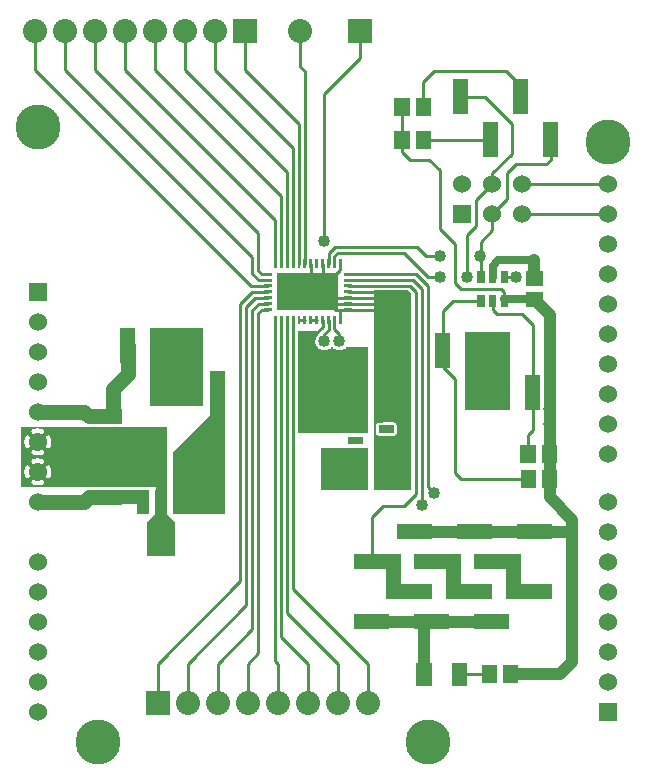
<source format=gbr>
G04 start of page 2 for group 0 idx 0 *
G04 Title: (unknown), component *
G04 Creator: pcb 20110918 *
G04 CreationDate: Tue 04 Nov 2014 07:01:43 PM GMT UTC *
G04 For: railfan *
G04 Format: Gerber/RS-274X *
G04 PCB-Dimensions: 210000 270000 *
G04 PCB-Coordinate-Origin: lower left *
%MOIN*%
%FSLAX25Y25*%
%LNTOP*%
%ADD34C,0.0480*%
%ADD33C,0.1285*%
%ADD32C,0.0380*%
%ADD31C,0.0200*%
%ADD30R,0.0244X0.0244*%
%ADD29R,0.0490X0.0490*%
%ADD28R,0.0700X0.0700*%
%ADD27R,0.1240X0.1240*%
%ADD26R,0.0098X0.0098*%
%ADD25R,0.0240X0.0240*%
%ADD24R,0.0945X0.0945*%
%ADD23R,0.0378X0.0378*%
%ADD22R,0.0500X0.0500*%
%ADD21R,0.0512X0.0512*%
%ADD20C,0.0800*%
%ADD19C,0.1500*%
%ADD18C,0.0600*%
%ADD17C,0.0250*%
%ADD16C,0.0400*%
%ADD15C,0.0100*%
%ADD14C,0.0450*%
%ADD13C,0.0500*%
%ADD12C,0.0350*%
%ADD11C,0.0001*%
G54D11*G36*
X126158Y160469D02*X133410D01*
X134500Y159379D01*
Y94000D01*
X126158D01*
Y112024D01*
X128716Y112029D01*
X128869Y112066D01*
X129015Y112126D01*
X129149Y112208D01*
X129269Y112310D01*
X129371Y112430D01*
X129453Y112564D01*
X129513Y112710D01*
X129550Y112863D01*
X129559Y113020D01*
X129550Y115617D01*
X129513Y115770D01*
X129453Y115916D01*
X129371Y116050D01*
X129269Y116170D01*
X129149Y116272D01*
X129015Y116354D01*
X128869Y116414D01*
X128716Y116451D01*
X128559Y116460D01*
X126158Y116456D01*
Y160469D01*
G37*
G36*
X122000Y94000D02*Y160469D01*
X126158D01*
Y116456D01*
X123599Y116451D01*
X123446Y116414D01*
X123300Y116354D01*
X123166Y116272D01*
X123046Y116170D01*
X122944Y116050D01*
X122862Y115916D01*
X122802Y115770D01*
X122765Y115617D01*
X122756Y115460D01*
X122765Y112863D01*
X122802Y112710D01*
X122862Y112564D01*
X122944Y112430D01*
X123046Y112310D01*
X123166Y112208D01*
X123300Y112126D01*
X123446Y112066D01*
X123599Y112029D01*
X123756Y112020D01*
X126158Y112024D01*
Y94000D01*
X122000D01*
G37*
G36*
X96579Y141500D02*X103263D01*
X103372Y141372D01*
X103731Y141065D01*
X104134Y140819D01*
X104570Y140638D01*
X105029Y140528D01*
X105500Y140491D01*
X105971Y140528D01*
X106430Y140638D01*
X106866Y140819D01*
X107269Y141065D01*
X107628Y141372D01*
X107737Y141500D01*
X108263D01*
X108372Y141372D01*
X108731Y141065D01*
X109134Y140819D01*
X109570Y140638D01*
X110029Y140528D01*
X110500Y140491D01*
X110971Y140528D01*
X111430Y140638D01*
X111866Y140819D01*
X112269Y141065D01*
X112628Y141372D01*
X112737Y141500D01*
X120000D01*
Y113000D01*
X96579D01*
Y141500D01*
G37*
G36*
Y147000D02*X103500D01*
Y145737D01*
X103372Y145628D01*
X103065Y145269D01*
X102819Y144866D01*
X102638Y144430D01*
X102528Y143971D01*
X102491Y143500D01*
X102528Y143029D01*
X102638Y142570D01*
X102819Y142134D01*
X103065Y141731D01*
X103372Y141372D01*
X103500Y141263D01*
Y134500D01*
X96579D01*
Y147000D01*
G37*
G36*
X113000Y94000D02*Y108000D01*
X120000D01*
Y94000D01*
X113000D01*
G37*
G36*
X114500D02*X104500D01*
Y108000D01*
X114500D01*
Y94000D01*
G37*
G36*
X13613Y115000D02*X26863D01*
X27000Y114989D01*
X27137Y115000D01*
X31707D01*
X31738Y114987D01*
X31891Y114950D01*
X32048Y114941D01*
X38109Y114950D01*
X38262Y114987D01*
X38293Y115000D01*
X53000D01*
Y95000D01*
X38137D01*
X38109Y95007D01*
X37952Y95016D01*
X31891Y95007D01*
X31863Y95000D01*
X13613D01*
Y97853D01*
X13656Y97860D01*
X13768Y97897D01*
X13873Y97952D01*
X13968Y98022D01*
X14051Y98106D01*
X14119Y98202D01*
X14170Y98308D01*
X14318Y98716D01*
X14422Y99137D01*
X14484Y99567D01*
X14505Y100000D01*
X14484Y100433D01*
X14422Y100863D01*
X14318Y101284D01*
X14175Y101694D01*
X14122Y101800D01*
X14053Y101896D01*
X13970Y101981D01*
X13875Y102051D01*
X13769Y102106D01*
X13657Y102143D01*
X13613Y102151D01*
Y107853D01*
X13656Y107860D01*
X13768Y107897D01*
X13873Y107952D01*
X13968Y108022D01*
X14051Y108106D01*
X14119Y108202D01*
X14170Y108308D01*
X14318Y108716D01*
X14422Y109137D01*
X14484Y109567D01*
X14505Y110000D01*
X14484Y110433D01*
X14422Y110863D01*
X14318Y111284D01*
X14175Y111694D01*
X14122Y111800D01*
X14053Y111896D01*
X13970Y111981D01*
X13875Y112051D01*
X13769Y112106D01*
X13657Y112143D01*
X13613Y112151D01*
Y115000D01*
G37*
G36*
X10002D02*X13613D01*
Y112151D01*
X13540Y112163D01*
X13421Y112164D01*
X13304Y112146D01*
X13191Y112110D01*
X13085Y112057D01*
X12988Y111988D01*
X12904Y111905D01*
X12833Y111809D01*
X12779Y111704D01*
X12741Y111592D01*
X12722Y111475D01*
X12721Y111356D01*
X12739Y111239D01*
X12777Y111126D01*
X12876Y110855D01*
X12944Y110575D01*
X12986Y110289D01*
X13000Y110000D01*
X12986Y109711D01*
X12944Y109425D01*
X12876Y109145D01*
X12780Y108872D01*
X12742Y108761D01*
X12725Y108644D01*
X12725Y108526D01*
X12745Y108409D01*
X12782Y108297D01*
X12836Y108193D01*
X12906Y108098D01*
X12991Y108015D01*
X13087Y107946D01*
X13192Y107893D01*
X13305Y107857D01*
X13421Y107840D01*
X13539Y107841D01*
X13613Y107853D01*
Y102151D01*
X13540Y102163D01*
X13421Y102164D01*
X13304Y102146D01*
X13191Y102110D01*
X13085Y102057D01*
X12988Y101988D01*
X12904Y101905D01*
X12833Y101809D01*
X12779Y101704D01*
X12741Y101592D01*
X12722Y101475D01*
X12721Y101356D01*
X12739Y101239D01*
X12777Y101126D01*
X12876Y100855D01*
X12944Y100575D01*
X12986Y100289D01*
X13000Y100000D01*
X12986Y99711D01*
X12944Y99425D01*
X12876Y99145D01*
X12780Y98872D01*
X12742Y98761D01*
X12725Y98644D01*
X12725Y98526D01*
X12745Y98409D01*
X12782Y98297D01*
X12836Y98193D01*
X12906Y98098D01*
X12991Y98015D01*
X13087Y97946D01*
X13192Y97893D01*
X13305Y97857D01*
X13421Y97840D01*
X13539Y97841D01*
X13613Y97853D01*
Y95000D01*
X10002D01*
Y95495D01*
X10433Y95516D01*
X10863Y95578D01*
X11284Y95682D01*
X11694Y95825D01*
X11800Y95878D01*
X11896Y95947D01*
X11981Y96030D01*
X12051Y96125D01*
X12106Y96231D01*
X12143Y96343D01*
X12163Y96460D01*
X12164Y96579D01*
X12146Y96696D01*
X12110Y96809D01*
X12057Y96915D01*
X11988Y97012D01*
X11905Y97096D01*
X11809Y97167D01*
X11704Y97221D01*
X11592Y97259D01*
X11475Y97278D01*
X11356Y97279D01*
X11239Y97261D01*
X11126Y97223D01*
X10855Y97124D01*
X10575Y97056D01*
X10289Y97014D01*
X10002Y97000D01*
Y103000D01*
X10289Y102986D01*
X10575Y102944D01*
X10855Y102876D01*
X11128Y102780D01*
X11239Y102742D01*
X11356Y102725D01*
X11474Y102725D01*
X11591Y102745D01*
X11703Y102782D01*
X11807Y102836D01*
X11902Y102906D01*
X11985Y102991D01*
X12054Y103087D01*
X12107Y103192D01*
X12143Y103305D01*
X12160Y103421D01*
X12159Y103539D01*
X12140Y103656D01*
X12103Y103768D01*
X12048Y103873D01*
X11978Y103968D01*
X11894Y104051D01*
X11798Y104119D01*
X11692Y104170D01*
X11284Y104318D01*
X10863Y104422D01*
X10433Y104484D01*
X10002Y104505D01*
Y105495D01*
X10433Y105516D01*
X10863Y105578D01*
X11284Y105682D01*
X11694Y105825D01*
X11800Y105878D01*
X11896Y105947D01*
X11981Y106030D01*
X12051Y106125D01*
X12106Y106231D01*
X12143Y106343D01*
X12163Y106460D01*
X12164Y106579D01*
X12146Y106696D01*
X12110Y106809D01*
X12057Y106915D01*
X11988Y107012D01*
X11905Y107096D01*
X11809Y107167D01*
X11704Y107221D01*
X11592Y107259D01*
X11475Y107278D01*
X11356Y107279D01*
X11239Y107261D01*
X11126Y107223D01*
X10855Y107124D01*
X10575Y107056D01*
X10289Y107014D01*
X10002Y107000D01*
Y113000D01*
X10289Y112986D01*
X10575Y112944D01*
X10855Y112876D01*
X11128Y112780D01*
X11239Y112742D01*
X11356Y112725D01*
X11474Y112725D01*
X11591Y112745D01*
X11703Y112782D01*
X11807Y112836D01*
X11902Y112906D01*
X11985Y112991D01*
X12054Y113087D01*
X12107Y113192D01*
X12143Y113305D01*
X12160Y113421D01*
X12159Y113539D01*
X12140Y113656D01*
X12103Y113768D01*
X12048Y113873D01*
X11978Y113968D01*
X11894Y114051D01*
X11798Y114119D01*
X11692Y114170D01*
X11284Y114318D01*
X10863Y114422D01*
X10433Y114484D01*
X10002Y114505D01*
Y115000D01*
G37*
G36*
X6387D02*X10002D01*
Y114505D01*
X10000Y114505D01*
X9567Y114484D01*
X9137Y114422D01*
X8716Y114318D01*
X8306Y114175D01*
X8200Y114122D01*
X8104Y114053D01*
X8019Y113970D01*
X7949Y113875D01*
X7894Y113769D01*
X7857Y113657D01*
X7837Y113540D01*
X7836Y113421D01*
X7854Y113304D01*
X7890Y113191D01*
X7943Y113085D01*
X8012Y112988D01*
X8095Y112904D01*
X8191Y112833D01*
X8296Y112779D01*
X8408Y112741D01*
X8525Y112722D01*
X8644Y112721D01*
X8761Y112739D01*
X8874Y112777D01*
X9145Y112876D01*
X9425Y112944D01*
X9711Y112986D01*
X10000Y113000D01*
X10002Y113000D01*
Y107000D01*
X10000Y107000D01*
X9711Y107014D01*
X9425Y107056D01*
X9145Y107124D01*
X8872Y107220D01*
X8761Y107258D01*
X8644Y107275D01*
X8526Y107275D01*
X8409Y107255D01*
X8297Y107218D01*
X8193Y107164D01*
X8098Y107094D01*
X8015Y107009D01*
X7946Y106913D01*
X7893Y106808D01*
X7857Y106695D01*
X7840Y106579D01*
X7841Y106461D01*
X7860Y106344D01*
X7897Y106232D01*
X7952Y106127D01*
X8022Y106032D01*
X8106Y105949D01*
X8202Y105881D01*
X8308Y105830D01*
X8716Y105682D01*
X9137Y105578D01*
X9567Y105516D01*
X10000Y105495D01*
X10002Y105495D01*
Y104505D01*
X10000Y104505D01*
X9567Y104484D01*
X9137Y104422D01*
X8716Y104318D01*
X8306Y104175D01*
X8200Y104122D01*
X8104Y104053D01*
X8019Y103970D01*
X7949Y103875D01*
X7894Y103769D01*
X7857Y103657D01*
X7837Y103540D01*
X7836Y103421D01*
X7854Y103304D01*
X7890Y103191D01*
X7943Y103085D01*
X8012Y102988D01*
X8095Y102904D01*
X8191Y102833D01*
X8296Y102779D01*
X8408Y102741D01*
X8525Y102722D01*
X8644Y102721D01*
X8761Y102739D01*
X8874Y102777D01*
X9145Y102876D01*
X9425Y102944D01*
X9711Y102986D01*
X10000Y103000D01*
X10002Y103000D01*
Y97000D01*
X10000Y97000D01*
X9711Y97014D01*
X9425Y97056D01*
X9145Y97124D01*
X8872Y97220D01*
X8761Y97258D01*
X8644Y97275D01*
X8526Y97275D01*
X8409Y97255D01*
X8297Y97218D01*
X8193Y97164D01*
X8098Y97094D01*
X8015Y97009D01*
X7946Y96913D01*
X7893Y96808D01*
X7857Y96695D01*
X7840Y96579D01*
X7841Y96461D01*
X7860Y96344D01*
X7897Y96232D01*
X7952Y96127D01*
X8022Y96032D01*
X8106Y95949D01*
X8202Y95881D01*
X8308Y95830D01*
X8716Y95682D01*
X9137Y95578D01*
X9567Y95516D01*
X10000Y95495D01*
X10002Y95495D01*
Y95000D01*
X6387D01*
Y97849D01*
X6460Y97837D01*
X6579Y97836D01*
X6696Y97854D01*
X6809Y97890D01*
X6915Y97943D01*
X7012Y98012D01*
X7096Y98095D01*
X7167Y98191D01*
X7221Y98296D01*
X7259Y98408D01*
X7278Y98525D01*
X7279Y98644D01*
X7261Y98761D01*
X7223Y98874D01*
X7124Y99145D01*
X7056Y99425D01*
X7014Y99711D01*
X7000Y100000D01*
X7014Y100289D01*
X7056Y100575D01*
X7124Y100855D01*
X7220Y101128D01*
X7258Y101239D01*
X7275Y101356D01*
X7275Y101474D01*
X7255Y101591D01*
X7218Y101703D01*
X7164Y101807D01*
X7094Y101902D01*
X7009Y101985D01*
X6913Y102054D01*
X6808Y102107D01*
X6695Y102143D01*
X6579Y102160D01*
X6461Y102159D01*
X6387Y102147D01*
Y107849D01*
X6460Y107837D01*
X6579Y107836D01*
X6696Y107854D01*
X6809Y107890D01*
X6915Y107943D01*
X7012Y108012D01*
X7096Y108095D01*
X7167Y108191D01*
X7221Y108296D01*
X7259Y108408D01*
X7278Y108525D01*
X7279Y108644D01*
X7261Y108761D01*
X7223Y108874D01*
X7124Y109145D01*
X7056Y109425D01*
X7014Y109711D01*
X7000Y110000D01*
X7014Y110289D01*
X7056Y110575D01*
X7124Y110855D01*
X7220Y111128D01*
X7258Y111239D01*
X7275Y111356D01*
X7275Y111474D01*
X7255Y111591D01*
X7218Y111703D01*
X7164Y111807D01*
X7094Y111902D01*
X7009Y111985D01*
X6913Y112054D01*
X6808Y112107D01*
X6695Y112143D01*
X6579Y112160D01*
X6461Y112159D01*
X6387Y112147D01*
Y115000D01*
G37*
G36*
X4500D02*X6387D01*
Y112147D01*
X6344Y112140D01*
X6232Y112103D01*
X6127Y112048D01*
X6032Y111978D01*
X5949Y111894D01*
X5881Y111798D01*
X5830Y111692D01*
X5682Y111284D01*
X5578Y110863D01*
X5516Y110433D01*
X5495Y110000D01*
X5516Y109567D01*
X5578Y109137D01*
X5682Y108716D01*
X5825Y108306D01*
X5878Y108200D01*
X5947Y108104D01*
X6030Y108019D01*
X6125Y107949D01*
X6231Y107894D01*
X6343Y107857D01*
X6387Y107849D01*
Y102147D01*
X6344Y102140D01*
X6232Y102103D01*
X6127Y102048D01*
X6032Y101978D01*
X5949Y101894D01*
X5881Y101798D01*
X5830Y101692D01*
X5682Y101284D01*
X5578Y100863D01*
X5516Y100433D01*
X5495Y100000D01*
X5516Y99567D01*
X5578Y99137D01*
X5682Y98716D01*
X5825Y98306D01*
X5878Y98200D01*
X5947Y98104D01*
X6030Y98019D01*
X6125Y97949D01*
X6231Y97894D01*
X6343Y97857D01*
X6387Y97849D01*
Y95000D01*
X4500D01*
Y115000D01*
G37*
G36*
X55000Y86000D02*Y106500D01*
X67500Y119000D01*
Y124000D01*
X72500D01*
Y86000D01*
X55000D01*
G37*
G36*
X47500Y122000D02*Y148000D01*
X65000D01*
Y122000D01*
X47500D01*
G37*
G36*
X126000Y72500D02*X131000D01*
Y57500D01*
X126000D01*
Y72500D01*
G37*
G36*
X146000D02*X151000D01*
Y57500D01*
X146000D01*
Y72500D01*
G37*
G36*
X166000D02*X171000D01*
Y57500D01*
X166000D01*
Y72500D01*
G37*
G36*
X152500Y120500D02*Y146500D01*
X167500D01*
Y120500D01*
X152500D01*
G37*
G54D12*X51000Y86084D02*Y96000D01*
G54D13*X25500Y90000D02*X10000D01*
X35000Y91457D02*X26957D01*
X25500Y90000D01*
G54D14*X35000Y91457D02*X44500D01*
G54D13*X10000Y120000D02*X25500D01*
X27000Y118500D01*
X35000D01*
Y127500D01*
X40000Y132500D01*
Y142000D01*
G54D15*X95079Y150551D02*Y60921D01*
X93110Y150551D02*Y52890D01*
X91142Y150551D02*Y44858D01*
X89173Y150551D02*Y36827D01*
X90000Y36000D01*
X83500Y153000D02*Y39500D01*
X81500Y154000D02*Y47500D01*
X79500Y155000D02*Y55500D01*
X77500Y156000D02*Y63500D01*
X83563Y156063D02*X81500Y154000D01*
X82531Y158031D02*X79500Y155000D01*
X95079Y60921D02*X120000Y36000D01*
X93110Y52890D02*X110000Y36000D01*
G54D16*X121327Y50000D02*X161327D01*
X138690Y32500D02*Y50000D01*
G54D15*X120000Y36000D02*Y23000D01*
X110000Y36000D02*Y23000D01*
X91142Y44858D02*X100000Y36000D01*
Y23000D01*
X90000Y36000D02*Y23000D01*
X83500Y39500D02*X80000Y36000D01*
Y23000D01*
X81500Y47500D02*X70000Y36000D01*
Y23000D01*
X60000Y36000D02*Y23000D01*
X50000Y36000D02*Y23000D01*
X79500Y55500D02*X60000Y36000D01*
X77500Y63500D02*X50000Y36000D01*
X86614Y154094D02*X84594D01*
X83500Y153000D01*
X86614Y156063D02*X83563D01*
X86614Y158031D02*X82531D01*
X86614Y160000D02*X81500D01*
X77500Y156000D01*
X86614Y161969D02*X81031D01*
X136000Y160000D02*Y92500D01*
X132000Y88500D01*
X125000D01*
X121500Y85000D01*
Y70173D01*
X138000Y161000D02*Y89000D01*
X140000Y162000D02*Y95000D01*
X142000Y93000D01*
X160457Y32500D02*X150500D01*
G54D16*X167543D02*X184000D01*
X188000Y36500D01*
Y84043D01*
X180543Y91500D01*
X172500Y80000D02*X188000D01*
G54D15*X173414Y106000D02*Y112414D01*
X148957Y113957D02*Y99543D01*
X151000Y97500D01*
X173457D01*
X173414Y112414D02*X175000Y114000D01*
Y118000D01*
X171500Y196000D02*X200000D01*
X161500D02*X156000Y190500D01*
Y182000D01*
X153000Y179000D01*
X161500Y180500D02*Y186000D01*
X166500Y191000D01*
X171500Y186000D02*X200000D01*
X169500Y202500D02*X179500D01*
X161500Y196000D02*Y199500D01*
X168000Y206000D01*
X179500Y202500D02*X181000Y204000D01*
Y210914D01*
X97047Y150551D02*X99016D01*
X100984D02*X102953D01*
X109000Y158031D02*X124000D01*
X109000Y156063D02*X124000D01*
X109000Y154094D02*X124000D01*
X113386Y160000D02*X124000D01*
X110827Y150551D02*Y154094D01*
X108858Y150551D02*Y147642D01*
X110500Y146000D01*
Y143500D01*
X106890Y150551D02*Y147390D01*
X105500Y146000D01*
Y143500D01*
X104921Y150551D02*Y148421D01*
X101500Y145000D01*
X164500Y161000D02*X151000D01*
X157700Y156800D02*X148300D01*
X161600D02*Y153900D01*
X163000Y152500D01*
G54D17*X161600Y165000D02*Y168600D01*
X163500Y170500D01*
G54D15*X151000Y161000D02*X149000Y163000D01*
X148300Y156800D02*X145000Y153500D01*
X149000Y163000D02*Y176000D01*
X144000Y181000D01*
X132000Y173000D02*X140000Y165000D01*
X144000D01*
X136500Y175000D02*X139500Y172000D01*
X144000D01*
X136094Y165906D02*X140000Y162000D01*
X135063Y163937D02*X138000Y161000D01*
X134031Y161969D02*X136000Y160000D01*
X148957Y110500D02*Y131043D01*
X145000Y135000D01*
Y153500D01*
X110827Y169449D02*Y167327D01*
X108500Y165000D01*
X110000Y173000D02*X132000D01*
X104921Y169449D02*Y165000D01*
X100984Y169449D02*Y165000D01*
X108858Y169449D02*Y171858D01*
X110000Y173000D01*
X106890Y169449D02*Y172890D01*
X109000Y175000D01*
X136500D01*
X113386Y165906D02*X136094D01*
X113386Y163937D02*X135063D01*
X113386Y161969D02*X134031D01*
X144000Y181000D02*Y200500D01*
X140500Y204000D01*
X134000D01*
X166500Y191000D02*Y199500D01*
X169500Y202500D01*
X168000Y206000D02*Y216000D01*
X166000Y233500D02*X171000Y228500D01*
X138500Y210500D02*X161000D01*
X142000Y233500D02*X166000D01*
X168000Y216000D02*X159000Y225000D01*
X151000D01*
X142000Y233500D02*X138457Y229957D01*
Y221500D01*
X165500Y156800D02*Y160000D01*
X164500Y161000D01*
X165500Y165000D02*X169500D01*
X163000Y152500D02*X171500D01*
G54D17*X175500Y157457D02*X165543D01*
X165500Y157500D01*
G54D15*X153000Y179000D02*Y165000D01*
X157700D02*Y176700D01*
X161500Y180500D01*
X171500Y152500D02*X175000Y149000D01*
Y122914D01*
G54D16*X180543Y97500D02*Y152414D01*
X175500Y157457D01*
X180543Y99457D02*Y91543D01*
G54D15*X175000Y122914D02*Y114500D01*
G54D16*X135500Y80000D02*X177500D01*
X175500Y170500D02*Y164543D01*
G54D17*X163500Y170500D02*X175500D01*
G54D15*X131371Y221500D02*Y210543D01*
X134000Y204000D02*X131500Y206500D01*
Y210414D01*
X131371Y210543D02*X131500Y210414D01*
X105500Y226000D02*X117500Y238000D01*
Y247000D01*
X105500Y177000D02*Y226000D01*
X99016Y169449D02*Y233484D01*
X97047Y169449D02*Y215953D01*
X95079Y169449D02*Y207921D01*
X93110Y169449D02*Y199890D01*
X99016Y233484D02*X97500Y235000D01*
Y247000D01*
X79000Y234000D02*Y247000D01*
X69000Y234000D02*Y247000D01*
X97047Y215953D02*X79000Y234000D01*
X95079Y207921D02*X69000Y234000D01*
X93110Y199890D02*X59000Y234000D01*
X91142Y191858D02*X49000Y234000D01*
X89173Y183827D02*X39000Y234000D01*
X83500Y179500D02*X29000Y234000D01*
X59000D02*Y247000D01*
X49000Y234000D02*Y247000D01*
X39000Y234000D02*Y247000D01*
X29000Y234000D02*Y247000D01*
X91142Y169449D02*Y191858D01*
X89173Y169449D02*Y183827D01*
X86614Y165906D02*X84594D01*
X83500Y167000D01*
Y179500D01*
X86614Y163937D02*X83563D01*
X81500Y166000D01*
Y171500D01*
X19000Y234000D01*
X81031Y161969D02*X9000Y234000D01*
X19000D02*Y247000D01*
X9000Y234000D02*Y247000D01*
G54D11*G36*
X197000Y23000D02*Y17000D01*
X203000D01*
Y23000D01*
X197000D01*
G37*
G54D18*X200000Y30000D03*
Y40000D03*
Y50000D03*
Y60000D03*
Y70000D03*
G54D19*X140000Y10000D03*
G54D18*X10000Y130000D03*
Y120000D03*
Y110000D03*
Y100000D03*
G54D11*G36*
X7000Y163000D02*Y157000D01*
X13000D01*
Y163000D01*
X7000D01*
G37*
G54D18*X10000Y150000D03*
Y140000D03*
G54D19*Y215000D03*
G54D11*G36*
X75000Y251000D02*Y243000D01*
X83000D01*
Y251000D01*
X75000D01*
G37*
G36*
X113500D02*Y243000D01*
X121500D01*
Y251000D01*
X113500D01*
G37*
G54D20*X97500Y247000D03*
X69000D03*
X59000D03*
X49000D03*
X39000D03*
X29000D03*
X19000D03*
X9000D03*
G54D18*X200000Y80000D03*
Y90000D03*
Y106000D03*
Y116000D03*
Y126000D03*
Y136000D03*
Y146000D03*
Y156000D03*
Y166000D03*
Y176000D03*
Y186000D03*
Y196000D03*
G54D19*Y210000D03*
G54D11*G36*
X148500Y189000D02*Y183000D01*
X154500D01*
Y189000D01*
X148500D01*
G37*
G54D18*X161500Y186000D03*
X171500D03*
X151500Y196000D03*
X161500D03*
X171500D03*
X10000Y90000D03*
Y70000D03*
Y60000D03*
Y50000D03*
Y40000D03*
Y30000D03*
Y20000D03*
G54D19*X30000Y10000D03*
G54D11*G36*
X46000Y27000D02*Y19000D01*
X54000D01*
Y27000D01*
X46000D01*
G37*
G54D20*X60000Y23000D03*
X70000D03*
X80000D03*
X90000D03*
X100000D03*
X110000D03*
X120000D03*
G54D21*X57543Y102393D02*Y101607D01*
G54D22*X60000Y145327D02*Y138674D01*
X70000Y131154D02*Y124501D01*
G54D21*X50457Y102393D02*Y101607D01*
G54D23*X51000Y91989D02*Y80179D01*
G54D24*Y78445D02*Y76555D01*
G54D11*G36*
X52885Y86010D02*X55725Y83170D01*
X54305Y81750D01*
X51465Y84590D01*
X52885Y86010D01*
G37*
G36*
X46275Y83170D02*X49115Y86010D01*
X50535Y84590D01*
X47695Y81750D01*
X46275Y83170D01*
G37*
G54D23*X45094Y91989D02*Y87895D01*
G54D21*X34607Y98543D02*X35393D01*
X34607Y91457D02*X35393D01*
G54D23*X56906Y91989D02*Y87895D01*
G54D21*X34607Y111414D02*X35393D01*
X34607Y118500D02*X35393D01*
G54D22*X40000Y145327D02*Y138674D01*
X50000Y131154D02*Y124501D01*
G54D21*X138457Y221893D02*Y221107D01*
G54D22*X171000Y228413D02*Y221760D01*
X151000Y228413D02*Y221760D01*
G54D21*X131371Y221893D02*Y221107D01*
X138500Y210893D02*Y210107D01*
G54D22*X181000Y214240D02*Y207587D01*
X161000Y214240D02*Y207587D01*
G54D21*X131414Y210893D02*Y210107D01*
X160457Y32893D02*Y32107D01*
X138690Y33681D02*Y31319D01*
X150500Y33681D02*Y31319D01*
X167543Y32893D02*Y32107D01*
X173457Y97893D02*Y97107D01*
X180543Y97893D02*Y97107D01*
X173414Y106393D02*Y105607D01*
X180500Y106393D02*Y105607D01*
G54D22*X172174Y80000D02*X178827D01*
X152174D02*X158827D01*
X132174D02*X138827D01*
X158001Y70000D02*X164654D01*
X138001D02*X144654D01*
X172174Y60000D02*X178827D01*
X152174D02*X158827D01*
X132174D02*X138827D01*
X158001Y50000D02*X164654D01*
X138001D02*X144654D01*
G54D25*X165500Y165800D02*Y164200D01*
X161600Y165800D02*Y164200D01*
X157700Y165800D02*Y164200D01*
Y157600D02*Y156000D01*
X161600Y157600D02*Y156000D01*
X165500Y157600D02*Y156000D01*
G54D21*X175107Y157457D02*X175893D01*
X175107Y164543D02*X175893D01*
G54D22*X175000Y129740D02*Y123087D01*
X165000Y143913D02*Y137260D01*
X155000Y129740D02*Y123087D01*
X145000Y143913D02*Y137260D01*
G54D26*X110827Y170335D02*Y168563D01*
X108858Y170335D02*Y168563D01*
X106890Y170335D02*Y168563D01*
X104921Y170335D02*Y168563D01*
X112500Y165906D02*X114272D01*
X102953Y170335D02*Y168563D01*
X100984Y170335D02*Y168563D01*
X99016Y170335D02*Y168563D01*
X97047Y170335D02*Y168563D01*
X95079Y170335D02*Y168563D01*
X93110Y170335D02*Y168563D01*
X91142Y170335D02*Y168563D01*
X89173Y170335D02*Y168563D01*
X85728Y165906D02*X87500D01*
X85728Y163937D02*X87500D01*
X85728Y161969D02*X87500D01*
X85728Y160000D02*X87500D01*
X85728Y158031D02*X87500D01*
X85728Y156063D02*X87500D01*
X85728Y154094D02*X87500D01*
X89173Y151437D02*Y149665D01*
X91142Y151437D02*Y149665D01*
X93110Y151437D02*Y149665D01*
X95079Y151437D02*Y149665D01*
X97047Y151437D02*Y149665D01*
X99016Y151437D02*Y149665D01*
X100984Y151437D02*Y149665D01*
X102953Y151437D02*Y149665D01*
X104921Y151437D02*Y149665D01*
X106890Y151437D02*Y149665D01*
X108858Y151437D02*Y149665D01*
X110827Y151437D02*Y149665D01*
X112500Y154094D02*X114272D01*
X112500Y156063D02*X114272D01*
X112500Y158031D02*X114272D01*
X112500Y160000D02*X114272D01*
X112500Y161969D02*X114272D01*
X112500Y163937D02*X114272D01*
G54D27*X96062Y160000D02*X103938D01*
G54D28*X97500D02*X102500D01*
G54D29*X116500Y137300D02*Y133700D01*
X126500Y137300D02*Y133700D01*
G54D21*X117457Y123893D02*Y123107D01*
X124543Y123893D02*Y123107D01*
G54D30*X124976Y106760D02*X127339D01*
X124976Y110500D02*X127339D01*
X124976Y114240D02*X127339D01*
X114661D02*X117024D01*
X114661Y110500D02*X117024D01*
X114661Y106760D02*X117024D01*
G54D21*X117457Y97393D02*Y96607D01*
X124543Y97393D02*Y96607D01*
G54D22*X118001Y70000D02*X124654D01*
X118001Y50000D02*X124654D01*
G54D16*X169500Y165000D03*
X153000D03*
X175500Y170500D03*
X132000Y141000D03*
Y146000D03*
Y151000D03*
Y156000D03*
X157500Y172000D03*
X160000Y133500D03*
X180500Y116000D03*
Y121000D03*
X144000Y172000D03*
Y165000D03*
X132000Y103000D03*
Y111000D03*
X107000Y105500D03*
X132000Y136000D03*
X105500Y143500D03*
X110500D03*
X99500Y142500D03*
Y137500D03*
Y132500D03*
Y127500D03*
Y122500D03*
Y117500D03*
X132000Y116000D03*
Y126000D03*
Y131000D03*
Y121000D03*
X138000Y89000D03*
X142000Y93000D03*
X105500Y177000D03*
X42000Y111000D03*
Y105000D03*
Y99000D03*
X18000Y105000D03*
X23500D03*
X29000D03*
X62500Y124500D03*
X55500D03*
X59000Y128000D03*
X55500Y131500D03*
X62500D03*
X130500Y50000D03*
X148500Y65000D03*
X168414D03*
G54D31*G54D32*G54D33*G54D32*G54D33*G54D34*G54D32*G54D33*G54D32*G54D33*G54D34*M02*

</source>
